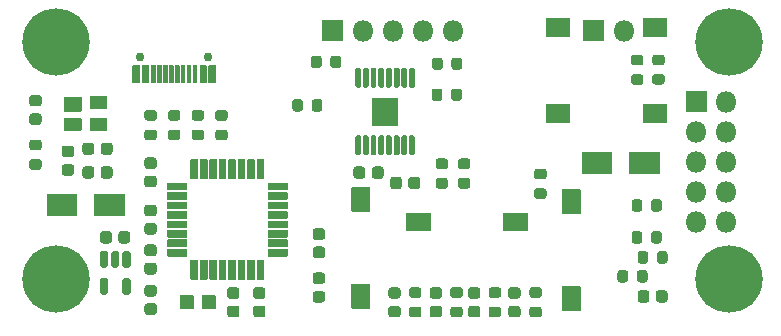
<source format=gts>
G04 #@! TF.GenerationSoftware,KiCad,Pcbnew,5.1.10-5.1.10*
G04 #@! TF.CreationDate,2021-05-16T20:28:14+02:00*
G04 #@! TF.ProjectId,reva,72657661-2e6b-4696-9361-645f70636258,rev?*
G04 #@! TF.SameCoordinates,Original*
G04 #@! TF.FileFunction,Soldermask,Top*
G04 #@! TF.FilePolarity,Negative*
%FSLAX46Y46*%
G04 Gerber Fmt 4.6, Leading zero omitted, Abs format (unit mm)*
G04 Created by KiCad (PCBNEW 5.1.10-5.1.10) date 2021-05-16 20:28:14*
%MOMM*%
%LPD*%
G01*
G04 APERTURE LIST*
%ADD10O,1.800000X1.800000*%
%ADD11C,5.700000*%
%ADD12C,0.750000*%
%ADD13R,2.310000X2.460000*%
G04 APERTURE END LIST*
G36*
G01*
X175500000Y-91100000D02*
X175500000Y-89300000D01*
G75*
G02*
X175550000Y-89250000I50000J0D01*
G01*
X178050000Y-89250000D01*
G75*
G02*
X178100000Y-89300000I0J-50000D01*
G01*
X178100000Y-91100000D01*
G75*
G02*
X178050000Y-91150000I-50000J0D01*
G01*
X175550000Y-91150000D01*
G75*
G02*
X175500000Y-91100000I0J50000D01*
G01*
G37*
G36*
G01*
X171500000Y-91100000D02*
X171500000Y-89300000D01*
G75*
G02*
X171550000Y-89250000I50000J0D01*
G01*
X174050000Y-89250000D01*
G75*
G02*
X174100000Y-89300000I0J-50000D01*
G01*
X174100000Y-91100000D01*
G75*
G02*
X174050000Y-91150000I-50000J0D01*
G01*
X171550000Y-91150000D01*
G75*
G02*
X171500000Y-91100000I0J50000D01*
G01*
G37*
D10*
X175040000Y-79000000D03*
G36*
G01*
X173350000Y-79900000D02*
X171650000Y-79900000D01*
G75*
G02*
X171600000Y-79850000I0J50000D01*
G01*
X171600000Y-78150000D01*
G75*
G02*
X171650000Y-78100000I50000J0D01*
G01*
X173350000Y-78100000D01*
G75*
G02*
X173400000Y-78150000I0J-50000D01*
G01*
X173400000Y-79850000D01*
G75*
G02*
X173350000Y-79900000I-50000J0D01*
G01*
G37*
D11*
X184000000Y-80000000D03*
X127000000Y-100000000D03*
X184000000Y-100000000D03*
X127000000Y-80000000D03*
G36*
G01*
X158750000Y-94450000D02*
X158750000Y-95950000D01*
G75*
G02*
X158700000Y-96000000I-50000J0D01*
G01*
X156700000Y-96000000D01*
G75*
G02*
X156650000Y-95950000I0J50000D01*
G01*
X156650000Y-94450000D01*
G75*
G02*
X156700000Y-94400000I50000J0D01*
G01*
X158700000Y-94400000D01*
G75*
G02*
X158750000Y-94450000I0J-50000D01*
G01*
G37*
G36*
G01*
X166950000Y-94450000D02*
X166950000Y-95950000D01*
G75*
G02*
X166900000Y-96000000I-50000J0D01*
G01*
X164900000Y-96000000D01*
G75*
G02*
X164850000Y-95950000I0J50000D01*
G01*
X164850000Y-94450000D01*
G75*
G02*
X164900000Y-94400000I50000J0D01*
G01*
X166900000Y-94400000D01*
G75*
G02*
X166950000Y-94450000I0J-50000D01*
G01*
G37*
G36*
G01*
X160450000Y-84725000D02*
X160450000Y-84125000D01*
G75*
G02*
X160675000Y-83900000I225000J0D01*
G01*
X161125000Y-83900000D01*
G75*
G02*
X161350000Y-84125000I0J-225000D01*
G01*
X161350000Y-84725000D01*
G75*
G02*
X161125000Y-84950000I-225000J0D01*
G01*
X160675000Y-84950000D01*
G75*
G02*
X160450000Y-84725000I0J225000D01*
G01*
G37*
G36*
G01*
X158800000Y-84725000D02*
X158800000Y-84125000D01*
G75*
G02*
X159025000Y-83900000I225000J0D01*
G01*
X159475000Y-83900000D01*
G75*
G02*
X159700000Y-84125000I0J-225000D01*
G01*
X159700000Y-84725000D01*
G75*
G02*
X159475000Y-84950000I-225000J0D01*
G01*
X159025000Y-84950000D01*
G75*
G02*
X158800000Y-84725000I0J225000D01*
G01*
G37*
D10*
X160580000Y-79000000D03*
X158040000Y-79000000D03*
X155500000Y-79000000D03*
X152960000Y-79000000D03*
G36*
G01*
X151270000Y-79900000D02*
X149570000Y-79900000D01*
G75*
G02*
X149520000Y-79850000I0J50000D01*
G01*
X149520000Y-78150000D01*
G75*
G02*
X149570000Y-78100000I50000J0D01*
G01*
X151270000Y-78100000D01*
G75*
G02*
X151320000Y-78150000I0J-50000D01*
G01*
X151320000Y-79850000D01*
G75*
G02*
X151270000Y-79900000I-50000J0D01*
G01*
G37*
X183740000Y-95160000D03*
X181200000Y-95160000D03*
X183740000Y-92620000D03*
X181200000Y-92620000D03*
X183740000Y-90080000D03*
X181200000Y-90080000D03*
X183740000Y-87540000D03*
X181200000Y-87540000D03*
X183740000Y-85000000D03*
G36*
G01*
X180300000Y-85850000D02*
X180300000Y-84150000D01*
G75*
G02*
X180350000Y-84100000I50000J0D01*
G01*
X182050000Y-84100000D01*
G75*
G02*
X182100000Y-84150000I0J-50000D01*
G01*
X182100000Y-85850000D01*
G75*
G02*
X182050000Y-85900000I-50000J0D01*
G01*
X180350000Y-85900000D01*
G75*
G02*
X180300000Y-85850000I0J50000D01*
G01*
G37*
G36*
G01*
X176650000Y-86750000D02*
X176650000Y-85250000D01*
G75*
G02*
X176700000Y-85200000I50000J0D01*
G01*
X178700000Y-85200000D01*
G75*
G02*
X178750000Y-85250000I0J-50000D01*
G01*
X178750000Y-86750000D01*
G75*
G02*
X178700000Y-86800000I-50000J0D01*
G01*
X176700000Y-86800000D01*
G75*
G02*
X176650000Y-86750000I0J50000D01*
G01*
G37*
G36*
G01*
X168450000Y-86750000D02*
X168450000Y-85250000D01*
G75*
G02*
X168500000Y-85200000I50000J0D01*
G01*
X170500000Y-85200000D01*
G75*
G02*
X170550000Y-85250000I0J-50000D01*
G01*
X170550000Y-86750000D01*
G75*
G02*
X170500000Y-86800000I-50000J0D01*
G01*
X168500000Y-86800000D01*
G75*
G02*
X168450000Y-86750000I0J50000D01*
G01*
G37*
G36*
G01*
X176650000Y-79500000D02*
X176650000Y-78000000D01*
G75*
G02*
X176700000Y-77950000I50000J0D01*
G01*
X178700000Y-77950000D01*
G75*
G02*
X178750000Y-78000000I0J-50000D01*
G01*
X178750000Y-79500000D01*
G75*
G02*
X178700000Y-79550000I-50000J0D01*
G01*
X176700000Y-79550000D01*
G75*
G02*
X176650000Y-79500000I0J50000D01*
G01*
G37*
G36*
G01*
X168450000Y-79500000D02*
X168450000Y-78000000D01*
G75*
G02*
X168500000Y-77950000I50000J0D01*
G01*
X170500000Y-77950000D01*
G75*
G02*
X170550000Y-78000000I0J-50000D01*
G01*
X170550000Y-79500000D01*
G75*
G02*
X170500000Y-79550000I-50000J0D01*
G01*
X168500000Y-79550000D01*
G75*
G02*
X168450000Y-79500000I0J50000D01*
G01*
G37*
G36*
G01*
X171350000Y-94550000D02*
X169850000Y-94550000D01*
G75*
G02*
X169800000Y-94500000I0J50000D01*
G01*
X169800000Y-92500000D01*
G75*
G02*
X169850000Y-92450000I50000J0D01*
G01*
X171350000Y-92450000D01*
G75*
G02*
X171400000Y-92500000I0J-50000D01*
G01*
X171400000Y-94500000D01*
G75*
G02*
X171350000Y-94550000I-50000J0D01*
G01*
G37*
G36*
G01*
X171350000Y-102750000D02*
X169850000Y-102750000D01*
G75*
G02*
X169800000Y-102700000I0J50000D01*
G01*
X169800000Y-100700000D01*
G75*
G02*
X169850000Y-100650000I50000J0D01*
G01*
X171350000Y-100650000D01*
G75*
G02*
X171400000Y-100700000I0J-50000D01*
G01*
X171400000Y-102700000D01*
G75*
G02*
X171350000Y-102750000I-50000J0D01*
G01*
G37*
G36*
G01*
X153550000Y-94350000D02*
X152050000Y-94350000D01*
G75*
G02*
X152000000Y-94300000I0J50000D01*
G01*
X152000000Y-92300000D01*
G75*
G02*
X152050000Y-92250000I50000J0D01*
G01*
X153550000Y-92250000D01*
G75*
G02*
X153600000Y-92300000I0J-50000D01*
G01*
X153600000Y-94300000D01*
G75*
G02*
X153550000Y-94350000I-50000J0D01*
G01*
G37*
G36*
G01*
X153550000Y-102550000D02*
X152050000Y-102550000D01*
G75*
G02*
X152000000Y-102500000I0J50000D01*
G01*
X152000000Y-100500000D01*
G75*
G02*
X152050000Y-100450000I50000J0D01*
G01*
X153550000Y-100450000D01*
G75*
G02*
X153600000Y-100500000I0J-50000D01*
G01*
X153600000Y-102500000D01*
G75*
G02*
X153550000Y-102550000I-50000J0D01*
G01*
G37*
G36*
G01*
X177375000Y-94100000D02*
X177375000Y-93500000D01*
G75*
G02*
X177600000Y-93275000I225000J0D01*
G01*
X178050000Y-93275000D01*
G75*
G02*
X178275000Y-93500000I0J-225000D01*
G01*
X178275000Y-94100000D01*
G75*
G02*
X178050000Y-94325000I-225000J0D01*
G01*
X177600000Y-94325000D01*
G75*
G02*
X177375000Y-94100000I0J225000D01*
G01*
G37*
G36*
G01*
X175725000Y-94100000D02*
X175725000Y-93500000D01*
G75*
G02*
X175950000Y-93275000I225000J0D01*
G01*
X176400000Y-93275000D01*
G75*
G02*
X176625000Y-93500000I0J-225000D01*
G01*
X176625000Y-94100000D01*
G75*
G02*
X176400000Y-94325000I-225000J0D01*
G01*
X175950000Y-94325000D01*
G75*
G02*
X175725000Y-94100000I0J225000D01*
G01*
G37*
G36*
G01*
X177375000Y-96800000D02*
X177375000Y-96200000D01*
G75*
G02*
X177600000Y-95975000I225000J0D01*
G01*
X178050000Y-95975000D01*
G75*
G02*
X178275000Y-96200000I0J-225000D01*
G01*
X178275000Y-96800000D01*
G75*
G02*
X178050000Y-97025000I-225000J0D01*
G01*
X177600000Y-97025000D01*
G75*
G02*
X177375000Y-96800000I0J225000D01*
G01*
G37*
G36*
G01*
X175725000Y-96800000D02*
X175725000Y-96200000D01*
G75*
G02*
X175950000Y-95975000I225000J0D01*
G01*
X176400000Y-95975000D01*
G75*
G02*
X176625000Y-96200000I0J-225000D01*
G01*
X176625000Y-96800000D01*
G75*
G02*
X176400000Y-97025000I-225000J0D01*
G01*
X175950000Y-97025000D01*
G75*
G02*
X175725000Y-96800000I0J225000D01*
G01*
G37*
G36*
G01*
X124950000Y-89875000D02*
X125550000Y-89875000D01*
G75*
G02*
X125775000Y-90100000I0J-225000D01*
G01*
X125775000Y-90550000D01*
G75*
G02*
X125550000Y-90775000I-225000J0D01*
G01*
X124950000Y-90775000D01*
G75*
G02*
X124725000Y-90550000I0J225000D01*
G01*
X124725000Y-90100000D01*
G75*
G02*
X124950000Y-89875000I225000J0D01*
G01*
G37*
G36*
G01*
X124950000Y-88225000D02*
X125550000Y-88225000D01*
G75*
G02*
X125775000Y-88450000I0J-225000D01*
G01*
X125775000Y-88900000D01*
G75*
G02*
X125550000Y-89125000I-225000J0D01*
G01*
X124950000Y-89125000D01*
G75*
G02*
X124725000Y-88900000I0J225000D01*
G01*
X124725000Y-88450000D01*
G75*
G02*
X124950000Y-88225000I225000J0D01*
G01*
G37*
G36*
G01*
X148650000Y-85625000D02*
X148650000Y-85025000D01*
G75*
G02*
X148875000Y-84800000I225000J0D01*
G01*
X149325000Y-84800000D01*
G75*
G02*
X149550000Y-85025000I0J-225000D01*
G01*
X149550000Y-85625000D01*
G75*
G02*
X149325000Y-85850000I-225000J0D01*
G01*
X148875000Y-85850000D01*
G75*
G02*
X148650000Y-85625000I0J225000D01*
G01*
G37*
G36*
G01*
X147000000Y-85625000D02*
X147000000Y-85025000D01*
G75*
G02*
X147225000Y-84800000I225000J0D01*
G01*
X147675000Y-84800000D01*
G75*
G02*
X147900000Y-85025000I0J-225000D01*
G01*
X147900000Y-85625000D01*
G75*
G02*
X147675000Y-85850000I-225000J0D01*
G01*
X147225000Y-85850000D01*
G75*
G02*
X147000000Y-85625000I0J225000D01*
G01*
G37*
G36*
G01*
X178300000Y-81925000D02*
X177700000Y-81925000D01*
G75*
G02*
X177475000Y-81700000I0J225000D01*
G01*
X177475000Y-81250000D01*
G75*
G02*
X177700000Y-81025000I225000J0D01*
G01*
X178300000Y-81025000D01*
G75*
G02*
X178525000Y-81250000I0J-225000D01*
G01*
X178525000Y-81700000D01*
G75*
G02*
X178300000Y-81925000I-225000J0D01*
G01*
G37*
G36*
G01*
X178300000Y-83575000D02*
X177700000Y-83575000D01*
G75*
G02*
X177475000Y-83350000I0J225000D01*
G01*
X177475000Y-82900000D01*
G75*
G02*
X177700000Y-82675000I225000J0D01*
G01*
X178300000Y-82675000D01*
G75*
G02*
X178525000Y-82900000I0J-225000D01*
G01*
X178525000Y-83350000D01*
G75*
G02*
X178300000Y-83575000I-225000J0D01*
G01*
G37*
G36*
G01*
X176175000Y-100100000D02*
X176175000Y-99500000D01*
G75*
G02*
X176400000Y-99275000I225000J0D01*
G01*
X176850000Y-99275000D01*
G75*
G02*
X177075000Y-99500000I0J-225000D01*
G01*
X177075000Y-100100000D01*
G75*
G02*
X176850000Y-100325000I-225000J0D01*
G01*
X176400000Y-100325000D01*
G75*
G02*
X176175000Y-100100000I0J225000D01*
G01*
G37*
G36*
G01*
X174525000Y-100100000D02*
X174525000Y-99500000D01*
G75*
G02*
X174750000Y-99275000I225000J0D01*
G01*
X175200000Y-99275000D01*
G75*
G02*
X175425000Y-99500000I0J-225000D01*
G01*
X175425000Y-100100000D01*
G75*
G02*
X175200000Y-100325000I-225000J0D01*
G01*
X174750000Y-100325000D01*
G75*
G02*
X174525000Y-100100000I0J225000D01*
G01*
G37*
G36*
G01*
X149475000Y-81350000D02*
X149475000Y-81950000D01*
G75*
G02*
X149250000Y-82175000I-225000J0D01*
G01*
X148800000Y-82175000D01*
G75*
G02*
X148575000Y-81950000I0J225000D01*
G01*
X148575000Y-81350000D01*
G75*
G02*
X148800000Y-81125000I225000J0D01*
G01*
X149250000Y-81125000D01*
G75*
G02*
X149475000Y-81350000I0J-225000D01*
G01*
G37*
G36*
G01*
X151125000Y-81350000D02*
X151125000Y-81950000D01*
G75*
G02*
X150900000Y-82175000I-225000J0D01*
G01*
X150450000Y-82175000D01*
G75*
G02*
X150225000Y-81950000I0J225000D01*
G01*
X150225000Y-81350000D01*
G75*
G02*
X150450000Y-81125000I225000J0D01*
G01*
X150900000Y-81125000D01*
G75*
G02*
X151125000Y-81350000I0J-225000D01*
G01*
G37*
G36*
G01*
X160475000Y-82100000D02*
X160475000Y-81500000D01*
G75*
G02*
X160700000Y-81275000I225000J0D01*
G01*
X161150000Y-81275000D01*
G75*
G02*
X161375000Y-81500000I0J-225000D01*
G01*
X161375000Y-82100000D01*
G75*
G02*
X161150000Y-82325000I-225000J0D01*
G01*
X160700000Y-82325000D01*
G75*
G02*
X160475000Y-82100000I0J225000D01*
G01*
G37*
G36*
G01*
X158825000Y-82100000D02*
X158825000Y-81500000D01*
G75*
G02*
X159050000Y-81275000I225000J0D01*
G01*
X159500000Y-81275000D01*
G75*
G02*
X159725000Y-81500000I0J-225000D01*
G01*
X159725000Y-82100000D01*
G75*
G02*
X159500000Y-82325000I-225000J0D01*
G01*
X159050000Y-82325000D01*
G75*
G02*
X158825000Y-82100000I0J225000D01*
G01*
G37*
G36*
G01*
X177875000Y-98500000D02*
X177875000Y-97900000D01*
G75*
G02*
X178100000Y-97675000I225000J0D01*
G01*
X178550000Y-97675000D01*
G75*
G02*
X178775000Y-97900000I0J-225000D01*
G01*
X178775000Y-98500000D01*
G75*
G02*
X178550000Y-98725000I-225000J0D01*
G01*
X178100000Y-98725000D01*
G75*
G02*
X177875000Y-98500000I0J225000D01*
G01*
G37*
G36*
G01*
X176225000Y-98500000D02*
X176225000Y-97900000D01*
G75*
G02*
X176450000Y-97675000I225000J0D01*
G01*
X176900000Y-97675000D01*
G75*
G02*
X177125000Y-97900000I0J-225000D01*
G01*
X177125000Y-98500000D01*
G75*
G02*
X176900000Y-98725000I-225000J0D01*
G01*
X176450000Y-98725000D01*
G75*
G02*
X176225000Y-98500000I0J225000D01*
G01*
G37*
G36*
G01*
X137300000Y-86625000D02*
X136700000Y-86625000D01*
G75*
G02*
X136475000Y-86400000I0J225000D01*
G01*
X136475000Y-85950000D01*
G75*
G02*
X136700000Y-85725000I225000J0D01*
G01*
X137300000Y-85725000D01*
G75*
G02*
X137525000Y-85950000I0J-225000D01*
G01*
X137525000Y-86400000D01*
G75*
G02*
X137300000Y-86625000I-225000J0D01*
G01*
G37*
G36*
G01*
X137300000Y-88275000D02*
X136700000Y-88275000D01*
G75*
G02*
X136475000Y-88050000I0J225000D01*
G01*
X136475000Y-87600000D01*
G75*
G02*
X136700000Y-87375000I225000J0D01*
G01*
X137300000Y-87375000D01*
G75*
G02*
X137525000Y-87600000I0J-225000D01*
G01*
X137525000Y-88050000D01*
G75*
G02*
X137300000Y-88275000I-225000J0D01*
G01*
G37*
G36*
G01*
X139300000Y-86625000D02*
X138700000Y-86625000D01*
G75*
G02*
X138475000Y-86400000I0J225000D01*
G01*
X138475000Y-85950000D01*
G75*
G02*
X138700000Y-85725000I225000J0D01*
G01*
X139300000Y-85725000D01*
G75*
G02*
X139525000Y-85950000I0J-225000D01*
G01*
X139525000Y-86400000D01*
G75*
G02*
X139300000Y-86625000I-225000J0D01*
G01*
G37*
G36*
G01*
X139300000Y-88275000D02*
X138700000Y-88275000D01*
G75*
G02*
X138475000Y-88050000I0J225000D01*
G01*
X138475000Y-87600000D01*
G75*
G02*
X138700000Y-87375000I225000J0D01*
G01*
X139300000Y-87375000D01*
G75*
G02*
X139525000Y-87600000I0J-225000D01*
G01*
X139525000Y-88050000D01*
G75*
G02*
X139300000Y-88275000I-225000J0D01*
G01*
G37*
G36*
G01*
X157700000Y-101625000D02*
X157100000Y-101625000D01*
G75*
G02*
X156875000Y-101400000I0J225000D01*
G01*
X156875000Y-100950000D01*
G75*
G02*
X157100000Y-100725000I225000J0D01*
G01*
X157700000Y-100725000D01*
G75*
G02*
X157925000Y-100950000I0J-225000D01*
G01*
X157925000Y-101400000D01*
G75*
G02*
X157700000Y-101625000I-225000J0D01*
G01*
G37*
G36*
G01*
X157700000Y-103275000D02*
X157100000Y-103275000D01*
G75*
G02*
X156875000Y-103050000I0J225000D01*
G01*
X156875000Y-102600000D01*
G75*
G02*
X157100000Y-102375000I225000J0D01*
G01*
X157700000Y-102375000D01*
G75*
G02*
X157925000Y-102600000I0J-225000D01*
G01*
X157925000Y-103050000D01*
G75*
G02*
X157700000Y-103275000I-225000J0D01*
G01*
G37*
G36*
G01*
X161200000Y-101625000D02*
X160600000Y-101625000D01*
G75*
G02*
X160375000Y-101400000I0J225000D01*
G01*
X160375000Y-100950000D01*
G75*
G02*
X160600000Y-100725000I225000J0D01*
G01*
X161200000Y-100725000D01*
G75*
G02*
X161425000Y-100950000I0J-225000D01*
G01*
X161425000Y-101400000D01*
G75*
G02*
X161200000Y-101625000I-225000J0D01*
G01*
G37*
G36*
G01*
X161200000Y-103275000D02*
X160600000Y-103275000D01*
G75*
G02*
X160375000Y-103050000I0J225000D01*
G01*
X160375000Y-102600000D01*
G75*
G02*
X160600000Y-102375000I225000J0D01*
G01*
X161200000Y-102375000D01*
G75*
G02*
X161425000Y-102600000I0J-225000D01*
G01*
X161425000Y-103050000D01*
G75*
G02*
X161200000Y-103275000I-225000J0D01*
G01*
G37*
G36*
G01*
X164450000Y-101625000D02*
X163850000Y-101625000D01*
G75*
G02*
X163625000Y-101400000I0J225000D01*
G01*
X163625000Y-100950000D01*
G75*
G02*
X163850000Y-100725000I225000J0D01*
G01*
X164450000Y-100725000D01*
G75*
G02*
X164675000Y-100950000I0J-225000D01*
G01*
X164675000Y-101400000D01*
G75*
G02*
X164450000Y-101625000I-225000J0D01*
G01*
G37*
G36*
G01*
X164450000Y-103275000D02*
X163850000Y-103275000D01*
G75*
G02*
X163625000Y-103050000I0J225000D01*
G01*
X163625000Y-102600000D01*
G75*
G02*
X163850000Y-102375000I225000J0D01*
G01*
X164450000Y-102375000D01*
G75*
G02*
X164675000Y-102600000I0J-225000D01*
G01*
X164675000Y-103050000D01*
G75*
G02*
X164450000Y-103275000I-225000J0D01*
G01*
G37*
G36*
G01*
X167900000Y-101625000D02*
X167300000Y-101625000D01*
G75*
G02*
X167075000Y-101400000I0J225000D01*
G01*
X167075000Y-100950000D01*
G75*
G02*
X167300000Y-100725000I225000J0D01*
G01*
X167900000Y-100725000D01*
G75*
G02*
X168125000Y-100950000I0J-225000D01*
G01*
X168125000Y-101400000D01*
G75*
G02*
X167900000Y-101625000I-225000J0D01*
G01*
G37*
G36*
G01*
X167900000Y-103275000D02*
X167300000Y-103275000D01*
G75*
G02*
X167075000Y-103050000I0J225000D01*
G01*
X167075000Y-102600000D01*
G75*
G02*
X167300000Y-102375000I225000J0D01*
G01*
X167900000Y-102375000D01*
G75*
G02*
X168125000Y-102600000I0J-225000D01*
G01*
X168125000Y-103050000D01*
G75*
G02*
X167900000Y-103275000I-225000J0D01*
G01*
G37*
G36*
G01*
X176500000Y-81950000D02*
X175900000Y-81950000D01*
G75*
G02*
X175675000Y-81725000I0J225000D01*
G01*
X175675000Y-81275000D01*
G75*
G02*
X175900000Y-81050000I225000J0D01*
G01*
X176500000Y-81050000D01*
G75*
G02*
X176725000Y-81275000I0J-225000D01*
G01*
X176725000Y-81725000D01*
G75*
G02*
X176500000Y-81950000I-225000J0D01*
G01*
G37*
G36*
G01*
X176500000Y-83600000D02*
X175900000Y-83600000D01*
G75*
G02*
X175675000Y-83375000I0J225000D01*
G01*
X175675000Y-82925000D01*
G75*
G02*
X175900000Y-82700000I225000J0D01*
G01*
X176500000Y-82700000D01*
G75*
G02*
X176725000Y-82925000I0J-225000D01*
G01*
X176725000Y-83375000D01*
G75*
G02*
X176500000Y-83600000I-225000J0D01*
G01*
G37*
G36*
G01*
X140700000Y-87375000D02*
X141300000Y-87375000D01*
G75*
G02*
X141525000Y-87600000I0J-225000D01*
G01*
X141525000Y-88050000D01*
G75*
G02*
X141300000Y-88275000I-225000J0D01*
G01*
X140700000Y-88275000D01*
G75*
G02*
X140475000Y-88050000I0J225000D01*
G01*
X140475000Y-87600000D01*
G75*
G02*
X140700000Y-87375000I225000J0D01*
G01*
G37*
G36*
G01*
X140700000Y-85725000D02*
X141300000Y-85725000D01*
G75*
G02*
X141525000Y-85950000I0J-225000D01*
G01*
X141525000Y-86400000D01*
G75*
G02*
X141300000Y-86625000I-225000J0D01*
G01*
X140700000Y-86625000D01*
G75*
G02*
X140475000Y-86400000I0J225000D01*
G01*
X140475000Y-85950000D01*
G75*
G02*
X140700000Y-85725000I225000J0D01*
G01*
G37*
G36*
G01*
X167700000Y-92350000D02*
X168300000Y-92350000D01*
G75*
G02*
X168525000Y-92575000I0J-225000D01*
G01*
X168525000Y-93025000D01*
G75*
G02*
X168300000Y-93250000I-225000J0D01*
G01*
X167700000Y-93250000D01*
G75*
G02*
X167475000Y-93025000I0J225000D01*
G01*
X167475000Y-92575000D01*
G75*
G02*
X167700000Y-92350000I225000J0D01*
G01*
G37*
G36*
G01*
X167700000Y-90700000D02*
X168300000Y-90700000D01*
G75*
G02*
X168525000Y-90925000I0J-225000D01*
G01*
X168525000Y-91375000D01*
G75*
G02*
X168300000Y-91600000I-225000J0D01*
G01*
X167700000Y-91600000D01*
G75*
G02*
X167475000Y-91375000I0J225000D01*
G01*
X167475000Y-90925000D01*
G75*
G02*
X167700000Y-90700000I225000J0D01*
G01*
G37*
G36*
G01*
X134700000Y-87375000D02*
X135300000Y-87375000D01*
G75*
G02*
X135525000Y-87600000I0J-225000D01*
G01*
X135525000Y-88050000D01*
G75*
G02*
X135300000Y-88275000I-225000J0D01*
G01*
X134700000Y-88275000D01*
G75*
G02*
X134475000Y-88050000I0J225000D01*
G01*
X134475000Y-87600000D01*
G75*
G02*
X134700000Y-87375000I225000J0D01*
G01*
G37*
G36*
G01*
X134700000Y-85725000D02*
X135300000Y-85725000D01*
G75*
G02*
X135525000Y-85950000I0J-225000D01*
G01*
X135525000Y-86400000D01*
G75*
G02*
X135300000Y-86625000I-225000J0D01*
G01*
X134700000Y-86625000D01*
G75*
G02*
X134475000Y-86400000I0J225000D01*
G01*
X134475000Y-85950000D01*
G75*
G02*
X134700000Y-85725000I225000J0D01*
G01*
G37*
G36*
G01*
X159350000Y-91475000D02*
X159950000Y-91475000D01*
G75*
G02*
X160175000Y-91700000I0J-225000D01*
G01*
X160175000Y-92150000D01*
G75*
G02*
X159950000Y-92375000I-225000J0D01*
G01*
X159350000Y-92375000D01*
G75*
G02*
X159125000Y-92150000I0J225000D01*
G01*
X159125000Y-91700000D01*
G75*
G02*
X159350000Y-91475000I225000J0D01*
G01*
G37*
G36*
G01*
X159350000Y-89825000D02*
X159950000Y-89825000D01*
G75*
G02*
X160175000Y-90050000I0J-225000D01*
G01*
X160175000Y-90500000D01*
G75*
G02*
X159950000Y-90725000I-225000J0D01*
G01*
X159350000Y-90725000D01*
G75*
G02*
X159125000Y-90500000I0J225000D01*
G01*
X159125000Y-90050000D01*
G75*
G02*
X159350000Y-89825000I225000J0D01*
G01*
G37*
G36*
G01*
X161250000Y-91475000D02*
X161850000Y-91475000D01*
G75*
G02*
X162075000Y-91700000I0J-225000D01*
G01*
X162075000Y-92150000D01*
G75*
G02*
X161850000Y-92375000I-225000J0D01*
G01*
X161250000Y-92375000D01*
G75*
G02*
X161025000Y-92150000I0J225000D01*
G01*
X161025000Y-91700000D01*
G75*
G02*
X161250000Y-91475000I225000J0D01*
G01*
G37*
G36*
G01*
X161250000Y-89825000D02*
X161850000Y-89825000D01*
G75*
G02*
X162075000Y-90050000I0J-225000D01*
G01*
X162075000Y-90500000D01*
G75*
G02*
X161850000Y-90725000I-225000J0D01*
G01*
X161250000Y-90725000D01*
G75*
G02*
X161025000Y-90500000I0J225000D01*
G01*
X161025000Y-90050000D01*
G75*
G02*
X161250000Y-89825000I225000J0D01*
G01*
G37*
G36*
G01*
X149531250Y-100450000D02*
X148968750Y-100450000D01*
G75*
G02*
X148725000Y-100206250I0J243750D01*
G01*
X148725000Y-99718750D01*
G75*
G02*
X148968750Y-99475000I243750J0D01*
G01*
X149531250Y-99475000D01*
G75*
G02*
X149775000Y-99718750I0J-243750D01*
G01*
X149775000Y-100206250D01*
G75*
G02*
X149531250Y-100450000I-243750J0D01*
G01*
G37*
G36*
G01*
X149531250Y-102025000D02*
X148968750Y-102025000D01*
G75*
G02*
X148725000Y-101781250I0J243750D01*
G01*
X148725000Y-101293750D01*
G75*
G02*
X148968750Y-101050000I243750J0D01*
G01*
X149531250Y-101050000D01*
G75*
G02*
X149775000Y-101293750I0J-243750D01*
G01*
X149775000Y-101781250D01*
G75*
G02*
X149531250Y-102025000I-243750J0D01*
G01*
G37*
G36*
G01*
X128281250Y-89700000D02*
X127718750Y-89700000D01*
G75*
G02*
X127475000Y-89456250I0J243750D01*
G01*
X127475000Y-88968750D01*
G75*
G02*
X127718750Y-88725000I243750J0D01*
G01*
X128281250Y-88725000D01*
G75*
G02*
X128525000Y-88968750I0J-243750D01*
G01*
X128525000Y-89456250D01*
G75*
G02*
X128281250Y-89700000I-243750J0D01*
G01*
G37*
G36*
G01*
X128281250Y-91275000D02*
X127718750Y-91275000D01*
G75*
G02*
X127475000Y-91031250I0J243750D01*
G01*
X127475000Y-90543750D01*
G75*
G02*
X127718750Y-90300000I243750J0D01*
G01*
X128281250Y-90300000D01*
G75*
G02*
X128525000Y-90543750I0J-243750D01*
G01*
X128525000Y-91031250D01*
G75*
G02*
X128281250Y-91275000I-243750J0D01*
G01*
G37*
G36*
G01*
X124968750Y-86012500D02*
X125531250Y-86012500D01*
G75*
G02*
X125775000Y-86256250I0J-243750D01*
G01*
X125775000Y-86743750D01*
G75*
G02*
X125531250Y-86987500I-243750J0D01*
G01*
X124968750Y-86987500D01*
G75*
G02*
X124725000Y-86743750I0J243750D01*
G01*
X124725000Y-86256250D01*
G75*
G02*
X124968750Y-86012500I243750J0D01*
G01*
G37*
G36*
G01*
X124968750Y-84437500D02*
X125531250Y-84437500D01*
G75*
G02*
X125775000Y-84681250I0J-243750D01*
G01*
X125775000Y-85168750D01*
G75*
G02*
X125531250Y-85412500I-243750J0D01*
G01*
X124968750Y-85412500D01*
G75*
G02*
X124725000Y-85168750I0J243750D01*
G01*
X124725000Y-84681250D01*
G75*
G02*
X124968750Y-84437500I243750J0D01*
G01*
G37*
G36*
G01*
X129900000Y-84500000D02*
X131300000Y-84500000D01*
G75*
G02*
X131350000Y-84550000I0J-50000D01*
G01*
X131350000Y-85550000D01*
G75*
G02*
X131300000Y-85600000I-50000J0D01*
G01*
X129900000Y-85600000D01*
G75*
G02*
X129850000Y-85550000I0J50000D01*
G01*
X129850000Y-84550000D01*
G75*
G02*
X129900000Y-84500000I50000J0D01*
G01*
G37*
G36*
G01*
X129900000Y-86400000D02*
X131300000Y-86400000D01*
G75*
G02*
X131350000Y-86450000I0J-50000D01*
G01*
X131350000Y-87450000D01*
G75*
G02*
X131300000Y-87500000I-50000J0D01*
G01*
X129900000Y-87500000D01*
G75*
G02*
X129850000Y-87450000I0J50000D01*
G01*
X129850000Y-86450000D01*
G75*
G02*
X129900000Y-86400000I50000J0D01*
G01*
G37*
G36*
G01*
X127700000Y-86400000D02*
X129100000Y-86400000D01*
G75*
G02*
X129150000Y-86450000I0J-50000D01*
G01*
X129150000Y-87450000D01*
G75*
G02*
X129100000Y-87500000I-50000J0D01*
G01*
X127700000Y-87500000D01*
G75*
G02*
X127650000Y-87450000I0J50000D01*
G01*
X127650000Y-86450000D01*
G75*
G02*
X127700000Y-86400000I50000J0D01*
G01*
G37*
G36*
G01*
X127700000Y-84580000D02*
X129100000Y-84580000D01*
G75*
G02*
X129150000Y-84630000I0J-50000D01*
G01*
X129150000Y-85830000D01*
G75*
G02*
X129100000Y-85880000I-50000J0D01*
G01*
X127700000Y-85880000D01*
G75*
G02*
X127650000Y-85830000I0J50000D01*
G01*
X127650000Y-84630000D01*
G75*
G02*
X127700000Y-84580000I50000J0D01*
G01*
G37*
G36*
G01*
X155368750Y-102300000D02*
X155931250Y-102300000D01*
G75*
G02*
X156175000Y-102543750I0J-243750D01*
G01*
X156175000Y-103031250D01*
G75*
G02*
X155931250Y-103275000I-243750J0D01*
G01*
X155368750Y-103275000D01*
G75*
G02*
X155125000Y-103031250I0J243750D01*
G01*
X155125000Y-102543750D01*
G75*
G02*
X155368750Y-102300000I243750J0D01*
G01*
G37*
G36*
G01*
X155368750Y-100725000D02*
X155931250Y-100725000D01*
G75*
G02*
X156175000Y-100968750I0J-243750D01*
G01*
X156175000Y-101456250D01*
G75*
G02*
X155931250Y-101700000I-243750J0D01*
G01*
X155368750Y-101700000D01*
G75*
G02*
X155125000Y-101456250I0J243750D01*
G01*
X155125000Y-100968750D01*
G75*
G02*
X155368750Y-100725000I243750J0D01*
G01*
G37*
G36*
G01*
X158868750Y-102300000D02*
X159431250Y-102300000D01*
G75*
G02*
X159675000Y-102543750I0J-243750D01*
G01*
X159675000Y-103031250D01*
G75*
G02*
X159431250Y-103275000I-243750J0D01*
G01*
X158868750Y-103275000D01*
G75*
G02*
X158625000Y-103031250I0J243750D01*
G01*
X158625000Y-102543750D01*
G75*
G02*
X158868750Y-102300000I243750J0D01*
G01*
G37*
G36*
G01*
X158868750Y-100725000D02*
X159431250Y-100725000D01*
G75*
G02*
X159675000Y-100968750I0J-243750D01*
G01*
X159675000Y-101456250D01*
G75*
G02*
X159431250Y-101700000I-243750J0D01*
G01*
X158868750Y-101700000D01*
G75*
G02*
X158625000Y-101456250I0J243750D01*
G01*
X158625000Y-100968750D01*
G75*
G02*
X158868750Y-100725000I243750J0D01*
G01*
G37*
G36*
G01*
X162118750Y-102300000D02*
X162681250Y-102300000D01*
G75*
G02*
X162925000Y-102543750I0J-243750D01*
G01*
X162925000Y-103031250D01*
G75*
G02*
X162681250Y-103275000I-243750J0D01*
G01*
X162118750Y-103275000D01*
G75*
G02*
X161875000Y-103031250I0J243750D01*
G01*
X161875000Y-102543750D01*
G75*
G02*
X162118750Y-102300000I243750J0D01*
G01*
G37*
G36*
G01*
X162118750Y-100725000D02*
X162681250Y-100725000D01*
G75*
G02*
X162925000Y-100968750I0J-243750D01*
G01*
X162925000Y-101456250D01*
G75*
G02*
X162681250Y-101700000I-243750J0D01*
G01*
X162118750Y-101700000D01*
G75*
G02*
X161875000Y-101456250I0J243750D01*
G01*
X161875000Y-100968750D01*
G75*
G02*
X162118750Y-100725000I243750J0D01*
G01*
G37*
G36*
G01*
X165518750Y-102300000D02*
X166081250Y-102300000D01*
G75*
G02*
X166325000Y-102543750I0J-243750D01*
G01*
X166325000Y-103031250D01*
G75*
G02*
X166081250Y-103275000I-243750J0D01*
G01*
X165518750Y-103275000D01*
G75*
G02*
X165275000Y-103031250I0J243750D01*
G01*
X165275000Y-102543750D01*
G75*
G02*
X165518750Y-102300000I243750J0D01*
G01*
G37*
G36*
G01*
X165518750Y-100725000D02*
X166081250Y-100725000D01*
G75*
G02*
X166325000Y-100968750I0J-243750D01*
G01*
X166325000Y-101456250D01*
G75*
G02*
X166081250Y-101700000I-243750J0D01*
G01*
X165518750Y-101700000D01*
G75*
G02*
X165275000Y-101456250I0J243750D01*
G01*
X165275000Y-100968750D01*
G75*
G02*
X165518750Y-100725000I243750J0D01*
G01*
G37*
G36*
G01*
X128800000Y-92850000D02*
X128800000Y-94650000D01*
G75*
G02*
X128750000Y-94700000I-50000J0D01*
G01*
X126250000Y-94700000D01*
G75*
G02*
X126200000Y-94650000I0J50000D01*
G01*
X126200000Y-92850000D01*
G75*
G02*
X126250000Y-92800000I50000J0D01*
G01*
X128750000Y-92800000D01*
G75*
G02*
X128800000Y-92850000I0J-50000D01*
G01*
G37*
G36*
G01*
X132800000Y-92850000D02*
X132800000Y-94650000D01*
G75*
G02*
X132750000Y-94700000I-50000J0D01*
G01*
X130250000Y-94700000D01*
G75*
G02*
X130200000Y-94650000I0J50000D01*
G01*
X130200000Y-92850000D01*
G75*
G02*
X130250000Y-92800000I50000J0D01*
G01*
X132750000Y-92800000D01*
G75*
G02*
X132800000Y-92850000I0J-50000D01*
G01*
G37*
G36*
G01*
X156825000Y-92175000D02*
X156825000Y-91625000D01*
G75*
G02*
X157075000Y-91375000I250000J0D01*
G01*
X157575000Y-91375000D01*
G75*
G02*
X157825000Y-91625000I0J-250000D01*
G01*
X157825000Y-92175000D01*
G75*
G02*
X157575000Y-92425000I-250000J0D01*
G01*
X157075000Y-92425000D01*
G75*
G02*
X156825000Y-92175000I0J250000D01*
G01*
G37*
G36*
G01*
X155275000Y-92175000D02*
X155275000Y-91625000D01*
G75*
G02*
X155525000Y-91375000I250000J0D01*
G01*
X156025000Y-91375000D01*
G75*
G02*
X156275000Y-91625000I0J-250000D01*
G01*
X156275000Y-92175000D01*
G75*
G02*
X156025000Y-92425000I-250000J0D01*
G01*
X155525000Y-92425000D01*
G75*
G02*
X155275000Y-92175000I0J250000D01*
G01*
G37*
G36*
G01*
X153725000Y-91300000D02*
X153725000Y-90750000D01*
G75*
G02*
X153975000Y-90500000I250000J0D01*
G01*
X154475000Y-90500000D01*
G75*
G02*
X154725000Y-90750000I0J-250000D01*
G01*
X154725000Y-91300000D01*
G75*
G02*
X154475000Y-91550000I-250000J0D01*
G01*
X153975000Y-91550000D01*
G75*
G02*
X153725000Y-91300000I0J250000D01*
G01*
G37*
G36*
G01*
X152175000Y-91300000D02*
X152175000Y-90750000D01*
G75*
G02*
X152425000Y-90500000I250000J0D01*
G01*
X152925000Y-90500000D01*
G75*
G02*
X153175000Y-90750000I0J-250000D01*
G01*
X153175000Y-91300000D01*
G75*
G02*
X152925000Y-91550000I-250000J0D01*
G01*
X152425000Y-91550000D01*
G75*
G02*
X152175000Y-91300000I0J250000D01*
G01*
G37*
G36*
G01*
X143925000Y-102275000D02*
X144475000Y-102275000D01*
G75*
G02*
X144725000Y-102525000I0J-250000D01*
G01*
X144725000Y-103025000D01*
G75*
G02*
X144475000Y-103275000I-250000J0D01*
G01*
X143925000Y-103275000D01*
G75*
G02*
X143675000Y-103025000I0J250000D01*
G01*
X143675000Y-102525000D01*
G75*
G02*
X143925000Y-102275000I250000J0D01*
G01*
G37*
G36*
G01*
X143925000Y-100725000D02*
X144475000Y-100725000D01*
G75*
G02*
X144725000Y-100975000I0J-250000D01*
G01*
X144725000Y-101475000D01*
G75*
G02*
X144475000Y-101725000I-250000J0D01*
G01*
X143925000Y-101725000D01*
G75*
G02*
X143675000Y-101475000I0J250000D01*
G01*
X143675000Y-100975000D01*
G75*
G02*
X143925000Y-100725000I250000J0D01*
G01*
G37*
G36*
G01*
X149525000Y-96725000D02*
X148975000Y-96725000D01*
G75*
G02*
X148725000Y-96475000I0J250000D01*
G01*
X148725000Y-95975000D01*
G75*
G02*
X148975000Y-95725000I250000J0D01*
G01*
X149525000Y-95725000D01*
G75*
G02*
X149775000Y-95975000I0J-250000D01*
G01*
X149775000Y-96475000D01*
G75*
G02*
X149525000Y-96725000I-250000J0D01*
G01*
G37*
G36*
G01*
X149525000Y-98275000D02*
X148975000Y-98275000D01*
G75*
G02*
X148725000Y-98025000I0J250000D01*
G01*
X148725000Y-97525000D01*
G75*
G02*
X148975000Y-97275000I250000J0D01*
G01*
X149525000Y-97275000D01*
G75*
G02*
X149775000Y-97525000I0J-250000D01*
G01*
X149775000Y-98025000D01*
G75*
G02*
X149525000Y-98275000I-250000J0D01*
G01*
G37*
G36*
G01*
X135275000Y-90725000D02*
X134725000Y-90725000D01*
G75*
G02*
X134475000Y-90475000I0J250000D01*
G01*
X134475000Y-89975000D01*
G75*
G02*
X134725000Y-89725000I250000J0D01*
G01*
X135275000Y-89725000D01*
G75*
G02*
X135525000Y-89975000I0J-250000D01*
G01*
X135525000Y-90475000D01*
G75*
G02*
X135275000Y-90725000I-250000J0D01*
G01*
G37*
G36*
G01*
X135275000Y-92275000D02*
X134725000Y-92275000D01*
G75*
G02*
X134475000Y-92025000I0J250000D01*
G01*
X134475000Y-91525000D01*
G75*
G02*
X134725000Y-91275000I250000J0D01*
G01*
X135275000Y-91275000D01*
G75*
G02*
X135525000Y-91525000I0J-250000D01*
G01*
X135525000Y-92025000D01*
G75*
G02*
X135275000Y-92275000I-250000J0D01*
G01*
G37*
G36*
G01*
X135275000Y-94725000D02*
X134725000Y-94725000D01*
G75*
G02*
X134475000Y-94475000I0J250000D01*
G01*
X134475000Y-93975000D01*
G75*
G02*
X134725000Y-93725000I250000J0D01*
G01*
X135275000Y-93725000D01*
G75*
G02*
X135525000Y-93975000I0J-250000D01*
G01*
X135525000Y-94475000D01*
G75*
G02*
X135275000Y-94725000I-250000J0D01*
G01*
G37*
G36*
G01*
X135275000Y-96275000D02*
X134725000Y-96275000D01*
G75*
G02*
X134475000Y-96025000I0J250000D01*
G01*
X134475000Y-95525000D01*
G75*
G02*
X134725000Y-95275000I250000J0D01*
G01*
X135275000Y-95275000D01*
G75*
G02*
X135525000Y-95525000I0J-250000D01*
G01*
X135525000Y-96025000D01*
G75*
G02*
X135275000Y-96275000I-250000J0D01*
G01*
G37*
G36*
G01*
X177775000Y-101775000D02*
X177775000Y-101225000D01*
G75*
G02*
X178025000Y-100975000I250000J0D01*
G01*
X178525000Y-100975000D01*
G75*
G02*
X178775000Y-101225000I0J-250000D01*
G01*
X178775000Y-101775000D01*
G75*
G02*
X178525000Y-102025000I-250000J0D01*
G01*
X178025000Y-102025000D01*
G75*
G02*
X177775000Y-101775000I0J250000D01*
G01*
G37*
G36*
G01*
X176225000Y-101775000D02*
X176225000Y-101225000D01*
G75*
G02*
X176475000Y-100975000I250000J0D01*
G01*
X176975000Y-100975000D01*
G75*
G02*
X177225000Y-101225000I0J-250000D01*
G01*
X177225000Y-101775000D01*
G75*
G02*
X176975000Y-102025000I-250000J0D01*
G01*
X176475000Y-102025000D01*
G75*
G02*
X176225000Y-101775000I0J250000D01*
G01*
G37*
G36*
G01*
X141725000Y-102275000D02*
X142275000Y-102275000D01*
G75*
G02*
X142525000Y-102525000I0J-250000D01*
G01*
X142525000Y-103025000D01*
G75*
G02*
X142275000Y-103275000I-250000J0D01*
G01*
X141725000Y-103275000D01*
G75*
G02*
X141475000Y-103025000I0J250000D01*
G01*
X141475000Y-102525000D01*
G75*
G02*
X141725000Y-102275000I250000J0D01*
G01*
G37*
G36*
G01*
X141725000Y-100725000D02*
X142275000Y-100725000D01*
G75*
G02*
X142525000Y-100975000I0J-250000D01*
G01*
X142525000Y-101475000D01*
G75*
G02*
X142275000Y-101725000I-250000J0D01*
G01*
X141725000Y-101725000D01*
G75*
G02*
X141475000Y-101475000I0J250000D01*
G01*
X141475000Y-100975000D01*
G75*
G02*
X141725000Y-100725000I250000J0D01*
G01*
G37*
G36*
G01*
X134725000Y-102075000D02*
X135275000Y-102075000D01*
G75*
G02*
X135525000Y-102325000I0J-250000D01*
G01*
X135525000Y-102825000D01*
G75*
G02*
X135275000Y-103075000I-250000J0D01*
G01*
X134725000Y-103075000D01*
G75*
G02*
X134475000Y-102825000I0J250000D01*
G01*
X134475000Y-102325000D01*
G75*
G02*
X134725000Y-102075000I250000J0D01*
G01*
G37*
G36*
G01*
X134725000Y-100525000D02*
X135275000Y-100525000D01*
G75*
G02*
X135525000Y-100775000I0J-250000D01*
G01*
X135525000Y-101275000D01*
G75*
G02*
X135275000Y-101525000I-250000J0D01*
G01*
X134725000Y-101525000D01*
G75*
G02*
X134475000Y-101275000I0J250000D01*
G01*
X134475000Y-100775000D01*
G75*
G02*
X134725000Y-100525000I250000J0D01*
G01*
G37*
G36*
G01*
X135275000Y-98100000D02*
X134725000Y-98100000D01*
G75*
G02*
X134475000Y-97850000I0J250000D01*
G01*
X134475000Y-97350000D01*
G75*
G02*
X134725000Y-97100000I250000J0D01*
G01*
X135275000Y-97100000D01*
G75*
G02*
X135525000Y-97350000I0J-250000D01*
G01*
X135525000Y-97850000D01*
G75*
G02*
X135275000Y-98100000I-250000J0D01*
G01*
G37*
G36*
G01*
X135275000Y-99650000D02*
X134725000Y-99650000D01*
G75*
G02*
X134475000Y-99400000I0J250000D01*
G01*
X134475000Y-98900000D01*
G75*
G02*
X134725000Y-98650000I250000J0D01*
G01*
X135275000Y-98650000D01*
G75*
G02*
X135525000Y-98900000I0J-250000D01*
G01*
X135525000Y-99400000D01*
G75*
G02*
X135275000Y-99650000I-250000J0D01*
G01*
G37*
G36*
G01*
X130775000Y-91275000D02*
X130775000Y-90725000D01*
G75*
G02*
X131025000Y-90475000I250000J0D01*
G01*
X131525000Y-90475000D01*
G75*
G02*
X131775000Y-90725000I0J-250000D01*
G01*
X131775000Y-91275000D01*
G75*
G02*
X131525000Y-91525000I-250000J0D01*
G01*
X131025000Y-91525000D01*
G75*
G02*
X130775000Y-91275000I0J250000D01*
G01*
G37*
G36*
G01*
X129225000Y-91275000D02*
X129225000Y-90725000D01*
G75*
G02*
X129475000Y-90475000I250000J0D01*
G01*
X129975000Y-90475000D01*
G75*
G02*
X130225000Y-90725000I0J-250000D01*
G01*
X130225000Y-91275000D01*
G75*
G02*
X129975000Y-91525000I-250000J0D01*
G01*
X129475000Y-91525000D01*
G75*
G02*
X129225000Y-91275000I0J250000D01*
G01*
G37*
G36*
G01*
X130775000Y-89275000D02*
X130775000Y-88725000D01*
G75*
G02*
X131025000Y-88475000I250000J0D01*
G01*
X131525000Y-88475000D01*
G75*
G02*
X131775000Y-88725000I0J-250000D01*
G01*
X131775000Y-89275000D01*
G75*
G02*
X131525000Y-89525000I-250000J0D01*
G01*
X131025000Y-89525000D01*
G75*
G02*
X130775000Y-89275000I0J250000D01*
G01*
G37*
G36*
G01*
X129225000Y-89275000D02*
X129225000Y-88725000D01*
G75*
G02*
X129475000Y-88475000I250000J0D01*
G01*
X129975000Y-88475000D01*
G75*
G02*
X130225000Y-88725000I0J-250000D01*
G01*
X130225000Y-89275000D01*
G75*
G02*
X129975000Y-89525000I-250000J0D01*
G01*
X129475000Y-89525000D01*
G75*
G02*
X129225000Y-89275000I0J250000D01*
G01*
G37*
G36*
G01*
X132275000Y-96775000D02*
X132275000Y-96225000D01*
G75*
G02*
X132525000Y-95975000I250000J0D01*
G01*
X133025000Y-95975000D01*
G75*
G02*
X133275000Y-96225000I0J-250000D01*
G01*
X133275000Y-96775000D01*
G75*
G02*
X133025000Y-97025000I-250000J0D01*
G01*
X132525000Y-97025000D01*
G75*
G02*
X132275000Y-96775000I0J250000D01*
G01*
G37*
G36*
G01*
X130725000Y-96775000D02*
X130725000Y-96225000D01*
G75*
G02*
X130975000Y-95975000I250000J0D01*
G01*
X131475000Y-95975000D01*
G75*
G02*
X131725000Y-96225000I0J-250000D01*
G01*
X131725000Y-96775000D01*
G75*
G02*
X131475000Y-97025000I-250000J0D01*
G01*
X130975000Y-97025000D01*
G75*
G02*
X130725000Y-96775000I0J250000D01*
G01*
G37*
G36*
G01*
X139350000Y-102550000D02*
X139350000Y-101450000D01*
G75*
G02*
X139400000Y-101400000I50000J0D01*
G01*
X140450000Y-101400000D01*
G75*
G02*
X140500000Y-101450000I0J-50000D01*
G01*
X140500000Y-102550000D01*
G75*
G02*
X140450000Y-102600000I-50000J0D01*
G01*
X139400000Y-102600000D01*
G75*
G02*
X139350000Y-102550000I0J50000D01*
G01*
G37*
G36*
G01*
X137500000Y-102550000D02*
X137500000Y-101450000D01*
G75*
G02*
X137550000Y-101400000I50000J0D01*
G01*
X138600000Y-101400000D01*
G75*
G02*
X138650000Y-101450000I0J-50000D01*
G01*
X138650000Y-102550000D01*
G75*
G02*
X138600000Y-102600000I-50000J0D01*
G01*
X137550000Y-102600000D01*
G75*
G02*
X137500000Y-102550000I0J50000D01*
G01*
G37*
G36*
G01*
X132775000Y-99925000D02*
X133125000Y-99925000D01*
G75*
G02*
X133300000Y-100100000I0J-175000D01*
G01*
X133300000Y-101175000D01*
G75*
G02*
X133125000Y-101350000I-175000J0D01*
G01*
X132775000Y-101350000D01*
G75*
G02*
X132600000Y-101175000I0J175000D01*
G01*
X132600000Y-100100000D01*
G75*
G02*
X132775000Y-99925000I175000J0D01*
G01*
G37*
G36*
G01*
X130875000Y-99925000D02*
X131225000Y-99925000D01*
G75*
G02*
X131400000Y-100100000I0J-175000D01*
G01*
X131400000Y-101175000D01*
G75*
G02*
X131225000Y-101350000I-175000J0D01*
G01*
X130875000Y-101350000D01*
G75*
G02*
X130700000Y-101175000I0J175000D01*
G01*
X130700000Y-100100000D01*
G75*
G02*
X130875000Y-99925000I175000J0D01*
G01*
G37*
G36*
G01*
X130875000Y-97650000D02*
X131225000Y-97650000D01*
G75*
G02*
X131400000Y-97825000I0J-175000D01*
G01*
X131400000Y-98900000D01*
G75*
G02*
X131225000Y-99075000I-175000J0D01*
G01*
X130875000Y-99075000D01*
G75*
G02*
X130700000Y-98900000I0J175000D01*
G01*
X130700000Y-97825000D01*
G75*
G02*
X130875000Y-97650000I175000J0D01*
G01*
G37*
G36*
G01*
X131825000Y-97650000D02*
X132175000Y-97650000D01*
G75*
G02*
X132350000Y-97825000I0J-175000D01*
G01*
X132350000Y-98900000D01*
G75*
G02*
X132175000Y-99075000I-175000J0D01*
G01*
X131825000Y-99075000D01*
G75*
G02*
X131650000Y-98900000I0J175000D01*
G01*
X131650000Y-97825000D01*
G75*
G02*
X131825000Y-97650000I175000J0D01*
G01*
G37*
G36*
G01*
X132775000Y-97650000D02*
X133125000Y-97650000D01*
G75*
G02*
X133300000Y-97825000I0J-175000D01*
G01*
X133300000Y-98900000D01*
G75*
G02*
X133125000Y-99075000I-175000J0D01*
G01*
X132775000Y-99075000D01*
G75*
G02*
X132600000Y-98900000I0J175000D01*
G01*
X132600000Y-97825000D01*
G75*
G02*
X132775000Y-97650000I175000J0D01*
G01*
G37*
G36*
G01*
X134100000Y-81970000D02*
X134100000Y-83420000D01*
G75*
G02*
X134050000Y-83470000I-50000J0D01*
G01*
X133500000Y-83470000D01*
G75*
G02*
X133450000Y-83420000I0J50000D01*
G01*
X133450000Y-81970000D01*
G75*
G02*
X133500000Y-81920000I50000J0D01*
G01*
X134050000Y-81920000D01*
G75*
G02*
X134100000Y-81970000I0J-50000D01*
G01*
G37*
G36*
G01*
X140550000Y-81970000D02*
X140550000Y-83420000D01*
G75*
G02*
X140500000Y-83470000I-50000J0D01*
G01*
X139950000Y-83470000D01*
G75*
G02*
X139900000Y-83420000I0J50000D01*
G01*
X139900000Y-81970000D01*
G75*
G02*
X139950000Y-81920000I50000J0D01*
G01*
X140500000Y-81920000D01*
G75*
G02*
X140550000Y-81970000I0J-50000D01*
G01*
G37*
G36*
G01*
X134850000Y-81970000D02*
X134850000Y-83420000D01*
G75*
G02*
X134800000Y-83470000I-50000J0D01*
G01*
X134300000Y-83470000D01*
G75*
G02*
X134250000Y-83420000I0J50000D01*
G01*
X134250000Y-81970000D01*
G75*
G02*
X134300000Y-81920000I50000J0D01*
G01*
X134800000Y-81920000D01*
G75*
G02*
X134850000Y-81970000I0J-50000D01*
G01*
G37*
G36*
G01*
X139750000Y-81970000D02*
X139750000Y-83420000D01*
G75*
G02*
X139700000Y-83470000I-50000J0D01*
G01*
X139200000Y-83470000D01*
G75*
G02*
X139150000Y-83420000I0J50000D01*
G01*
X139150000Y-81970000D01*
G75*
G02*
X139200000Y-81920000I50000J0D01*
G01*
X139700000Y-81920000D01*
G75*
G02*
X139750000Y-81970000I0J-50000D01*
G01*
G37*
G36*
G01*
X138950000Y-81970000D02*
X138950000Y-83420000D01*
G75*
G02*
X138900000Y-83470000I-50000J0D01*
G01*
X138600000Y-83470000D01*
G75*
G02*
X138550000Y-83420000I0J50000D01*
G01*
X138550000Y-81970000D01*
G75*
G02*
X138600000Y-81920000I50000J0D01*
G01*
X138900000Y-81920000D01*
G75*
G02*
X138950000Y-81970000I0J-50000D01*
G01*
G37*
G36*
G01*
X135450000Y-81970000D02*
X135450000Y-83420000D01*
G75*
G02*
X135400000Y-83470000I-50000J0D01*
G01*
X135100000Y-83470000D01*
G75*
G02*
X135050000Y-83420000I0J50000D01*
G01*
X135050000Y-81970000D01*
G75*
G02*
X135100000Y-81920000I50000J0D01*
G01*
X135400000Y-81920000D01*
G75*
G02*
X135450000Y-81970000I0J-50000D01*
G01*
G37*
G36*
G01*
X138450000Y-81970000D02*
X138450000Y-83420000D01*
G75*
G02*
X138400000Y-83470000I-50000J0D01*
G01*
X138100000Y-83470000D01*
G75*
G02*
X138050000Y-83420000I0J50000D01*
G01*
X138050000Y-81970000D01*
G75*
G02*
X138100000Y-81920000I50000J0D01*
G01*
X138400000Y-81920000D01*
G75*
G02*
X138450000Y-81970000I0J-50000D01*
G01*
G37*
G36*
G01*
X135950000Y-81970000D02*
X135950000Y-83420000D01*
G75*
G02*
X135900000Y-83470000I-50000J0D01*
G01*
X135600000Y-83470000D01*
G75*
G02*
X135550000Y-83420000I0J50000D01*
G01*
X135550000Y-81970000D01*
G75*
G02*
X135600000Y-81920000I50000J0D01*
G01*
X135900000Y-81920000D01*
G75*
G02*
X135950000Y-81970000I0J-50000D01*
G01*
G37*
G36*
G01*
X137950000Y-81970000D02*
X137950000Y-83420000D01*
G75*
G02*
X137900000Y-83470000I-50000J0D01*
G01*
X137600000Y-83470000D01*
G75*
G02*
X137550000Y-83420000I0J50000D01*
G01*
X137550000Y-81970000D01*
G75*
G02*
X137600000Y-81920000I50000J0D01*
G01*
X137900000Y-81920000D01*
G75*
G02*
X137950000Y-81970000I0J-50000D01*
G01*
G37*
G36*
G01*
X136450000Y-81970000D02*
X136450000Y-83420000D01*
G75*
G02*
X136400000Y-83470000I-50000J0D01*
G01*
X136100000Y-83470000D01*
G75*
G02*
X136050000Y-83420000I0J50000D01*
G01*
X136050000Y-81970000D01*
G75*
G02*
X136100000Y-81920000I50000J0D01*
G01*
X136400000Y-81920000D01*
G75*
G02*
X136450000Y-81970000I0J-50000D01*
G01*
G37*
G36*
G01*
X136950000Y-81970000D02*
X136950000Y-83420000D01*
G75*
G02*
X136900000Y-83470000I-50000J0D01*
G01*
X136600000Y-83470000D01*
G75*
G02*
X136550000Y-83420000I0J50000D01*
G01*
X136550000Y-81970000D01*
G75*
G02*
X136600000Y-81920000I50000J0D01*
G01*
X136900000Y-81920000D01*
G75*
G02*
X136950000Y-81970000I0J-50000D01*
G01*
G37*
G36*
G01*
X137450000Y-81970000D02*
X137450000Y-83420000D01*
G75*
G02*
X137400000Y-83470000I-50000J0D01*
G01*
X137100000Y-83470000D01*
G75*
G02*
X137050000Y-83420000I0J50000D01*
G01*
X137050000Y-81970000D01*
G75*
G02*
X137100000Y-81920000I50000J0D01*
G01*
X137400000Y-81920000D01*
G75*
G02*
X137450000Y-81970000I0J-50000D01*
G01*
G37*
D12*
X134110000Y-81250000D03*
X139890000Y-81250000D03*
D13*
X154850000Y-85850000D03*
G36*
G01*
X157000000Y-87875000D02*
X157250000Y-87875000D01*
G75*
G02*
X157375000Y-88000000I0J-125000D01*
G01*
X157375000Y-89425000D01*
G75*
G02*
X157250000Y-89550000I-125000J0D01*
G01*
X157000000Y-89550000D01*
G75*
G02*
X156875000Y-89425000I0J125000D01*
G01*
X156875000Y-88000000D01*
G75*
G02*
X157000000Y-87875000I125000J0D01*
G01*
G37*
G36*
G01*
X156350000Y-87875000D02*
X156600000Y-87875000D01*
G75*
G02*
X156725000Y-88000000I0J-125000D01*
G01*
X156725000Y-89425000D01*
G75*
G02*
X156600000Y-89550000I-125000J0D01*
G01*
X156350000Y-89550000D01*
G75*
G02*
X156225000Y-89425000I0J125000D01*
G01*
X156225000Y-88000000D01*
G75*
G02*
X156350000Y-87875000I125000J0D01*
G01*
G37*
G36*
G01*
X155700000Y-87875000D02*
X155950000Y-87875000D01*
G75*
G02*
X156075000Y-88000000I0J-125000D01*
G01*
X156075000Y-89425000D01*
G75*
G02*
X155950000Y-89550000I-125000J0D01*
G01*
X155700000Y-89550000D01*
G75*
G02*
X155575000Y-89425000I0J125000D01*
G01*
X155575000Y-88000000D01*
G75*
G02*
X155700000Y-87875000I125000J0D01*
G01*
G37*
G36*
G01*
X155050000Y-87875000D02*
X155300000Y-87875000D01*
G75*
G02*
X155425000Y-88000000I0J-125000D01*
G01*
X155425000Y-89425000D01*
G75*
G02*
X155300000Y-89550000I-125000J0D01*
G01*
X155050000Y-89550000D01*
G75*
G02*
X154925000Y-89425000I0J125000D01*
G01*
X154925000Y-88000000D01*
G75*
G02*
X155050000Y-87875000I125000J0D01*
G01*
G37*
G36*
G01*
X154400000Y-87875000D02*
X154650000Y-87875000D01*
G75*
G02*
X154775000Y-88000000I0J-125000D01*
G01*
X154775000Y-89425000D01*
G75*
G02*
X154650000Y-89550000I-125000J0D01*
G01*
X154400000Y-89550000D01*
G75*
G02*
X154275000Y-89425000I0J125000D01*
G01*
X154275000Y-88000000D01*
G75*
G02*
X154400000Y-87875000I125000J0D01*
G01*
G37*
G36*
G01*
X153750000Y-87875000D02*
X154000000Y-87875000D01*
G75*
G02*
X154125000Y-88000000I0J-125000D01*
G01*
X154125000Y-89425000D01*
G75*
G02*
X154000000Y-89550000I-125000J0D01*
G01*
X153750000Y-89550000D01*
G75*
G02*
X153625000Y-89425000I0J125000D01*
G01*
X153625000Y-88000000D01*
G75*
G02*
X153750000Y-87875000I125000J0D01*
G01*
G37*
G36*
G01*
X153100000Y-87875000D02*
X153350000Y-87875000D01*
G75*
G02*
X153475000Y-88000000I0J-125000D01*
G01*
X153475000Y-89425000D01*
G75*
G02*
X153350000Y-89550000I-125000J0D01*
G01*
X153100000Y-89550000D01*
G75*
G02*
X152975000Y-89425000I0J125000D01*
G01*
X152975000Y-88000000D01*
G75*
G02*
X153100000Y-87875000I125000J0D01*
G01*
G37*
G36*
G01*
X152450000Y-87875000D02*
X152700000Y-87875000D01*
G75*
G02*
X152825000Y-88000000I0J-125000D01*
G01*
X152825000Y-89425000D01*
G75*
G02*
X152700000Y-89550000I-125000J0D01*
G01*
X152450000Y-89550000D01*
G75*
G02*
X152325000Y-89425000I0J125000D01*
G01*
X152325000Y-88000000D01*
G75*
G02*
X152450000Y-87875000I125000J0D01*
G01*
G37*
G36*
G01*
X152450000Y-82150000D02*
X152700000Y-82150000D01*
G75*
G02*
X152825000Y-82275000I0J-125000D01*
G01*
X152825000Y-83700000D01*
G75*
G02*
X152700000Y-83825000I-125000J0D01*
G01*
X152450000Y-83825000D01*
G75*
G02*
X152325000Y-83700000I0J125000D01*
G01*
X152325000Y-82275000D01*
G75*
G02*
X152450000Y-82150000I125000J0D01*
G01*
G37*
G36*
G01*
X153100000Y-82150000D02*
X153350000Y-82150000D01*
G75*
G02*
X153475000Y-82275000I0J-125000D01*
G01*
X153475000Y-83700000D01*
G75*
G02*
X153350000Y-83825000I-125000J0D01*
G01*
X153100000Y-83825000D01*
G75*
G02*
X152975000Y-83700000I0J125000D01*
G01*
X152975000Y-82275000D01*
G75*
G02*
X153100000Y-82150000I125000J0D01*
G01*
G37*
G36*
G01*
X153750000Y-82150000D02*
X154000000Y-82150000D01*
G75*
G02*
X154125000Y-82275000I0J-125000D01*
G01*
X154125000Y-83700000D01*
G75*
G02*
X154000000Y-83825000I-125000J0D01*
G01*
X153750000Y-83825000D01*
G75*
G02*
X153625000Y-83700000I0J125000D01*
G01*
X153625000Y-82275000D01*
G75*
G02*
X153750000Y-82150000I125000J0D01*
G01*
G37*
G36*
G01*
X154400000Y-82150000D02*
X154650000Y-82150000D01*
G75*
G02*
X154775000Y-82275000I0J-125000D01*
G01*
X154775000Y-83700000D01*
G75*
G02*
X154650000Y-83825000I-125000J0D01*
G01*
X154400000Y-83825000D01*
G75*
G02*
X154275000Y-83700000I0J125000D01*
G01*
X154275000Y-82275000D01*
G75*
G02*
X154400000Y-82150000I125000J0D01*
G01*
G37*
G36*
G01*
X155050000Y-82150000D02*
X155300000Y-82150000D01*
G75*
G02*
X155425000Y-82275000I0J-125000D01*
G01*
X155425000Y-83700000D01*
G75*
G02*
X155300000Y-83825000I-125000J0D01*
G01*
X155050000Y-83825000D01*
G75*
G02*
X154925000Y-83700000I0J125000D01*
G01*
X154925000Y-82275000D01*
G75*
G02*
X155050000Y-82150000I125000J0D01*
G01*
G37*
G36*
G01*
X155700000Y-82150000D02*
X155950000Y-82150000D01*
G75*
G02*
X156075000Y-82275000I0J-125000D01*
G01*
X156075000Y-83700000D01*
G75*
G02*
X155950000Y-83825000I-125000J0D01*
G01*
X155700000Y-83825000D01*
G75*
G02*
X155575000Y-83700000I0J125000D01*
G01*
X155575000Y-82275000D01*
G75*
G02*
X155700000Y-82150000I125000J0D01*
G01*
G37*
G36*
G01*
X156350000Y-82150000D02*
X156600000Y-82150000D01*
G75*
G02*
X156725000Y-82275000I0J-125000D01*
G01*
X156725000Y-83700000D01*
G75*
G02*
X156600000Y-83825000I-125000J0D01*
G01*
X156350000Y-83825000D01*
G75*
G02*
X156225000Y-83700000I0J125000D01*
G01*
X156225000Y-82275000D01*
G75*
G02*
X156350000Y-82150000I125000J0D01*
G01*
G37*
G36*
G01*
X157000000Y-82150000D02*
X157250000Y-82150000D01*
G75*
G02*
X157375000Y-82275000I0J-125000D01*
G01*
X157375000Y-83700000D01*
G75*
G02*
X157250000Y-83825000I-125000J0D01*
G01*
X157000000Y-83825000D01*
G75*
G02*
X156875000Y-83700000I0J125000D01*
G01*
X156875000Y-82275000D01*
G75*
G02*
X157000000Y-82150000I125000J0D01*
G01*
G37*
G36*
G01*
X138100000Y-97525000D02*
X138100000Y-98075000D01*
G75*
G02*
X138050000Y-98125000I-50000J0D01*
G01*
X136450000Y-98125000D01*
G75*
G02*
X136400000Y-98075000I0J50000D01*
G01*
X136400000Y-97525000D01*
G75*
G02*
X136450000Y-97475000I50000J0D01*
G01*
X138050000Y-97475000D01*
G75*
G02*
X138100000Y-97525000I0J-50000D01*
G01*
G37*
G36*
G01*
X138100000Y-96725000D02*
X138100000Y-97275000D01*
G75*
G02*
X138050000Y-97325000I-50000J0D01*
G01*
X136450000Y-97325000D01*
G75*
G02*
X136400000Y-97275000I0J50000D01*
G01*
X136400000Y-96725000D01*
G75*
G02*
X136450000Y-96675000I50000J0D01*
G01*
X138050000Y-96675000D01*
G75*
G02*
X138100000Y-96725000I0J-50000D01*
G01*
G37*
G36*
G01*
X138100000Y-95925000D02*
X138100000Y-96475000D01*
G75*
G02*
X138050000Y-96525000I-50000J0D01*
G01*
X136450000Y-96525000D01*
G75*
G02*
X136400000Y-96475000I0J50000D01*
G01*
X136400000Y-95925000D01*
G75*
G02*
X136450000Y-95875000I50000J0D01*
G01*
X138050000Y-95875000D01*
G75*
G02*
X138100000Y-95925000I0J-50000D01*
G01*
G37*
G36*
G01*
X138100000Y-95125000D02*
X138100000Y-95675000D01*
G75*
G02*
X138050000Y-95725000I-50000J0D01*
G01*
X136450000Y-95725000D01*
G75*
G02*
X136400000Y-95675000I0J50000D01*
G01*
X136400000Y-95125000D01*
G75*
G02*
X136450000Y-95075000I50000J0D01*
G01*
X138050000Y-95075000D01*
G75*
G02*
X138100000Y-95125000I0J-50000D01*
G01*
G37*
G36*
G01*
X138100000Y-94325000D02*
X138100000Y-94875000D01*
G75*
G02*
X138050000Y-94925000I-50000J0D01*
G01*
X136450000Y-94925000D01*
G75*
G02*
X136400000Y-94875000I0J50000D01*
G01*
X136400000Y-94325000D01*
G75*
G02*
X136450000Y-94275000I50000J0D01*
G01*
X138050000Y-94275000D01*
G75*
G02*
X138100000Y-94325000I0J-50000D01*
G01*
G37*
G36*
G01*
X138100000Y-93525000D02*
X138100000Y-94075000D01*
G75*
G02*
X138050000Y-94125000I-50000J0D01*
G01*
X136450000Y-94125000D01*
G75*
G02*
X136400000Y-94075000I0J50000D01*
G01*
X136400000Y-93525000D01*
G75*
G02*
X136450000Y-93475000I50000J0D01*
G01*
X138050000Y-93475000D01*
G75*
G02*
X138100000Y-93525000I0J-50000D01*
G01*
G37*
G36*
G01*
X138100000Y-92725000D02*
X138100000Y-93275000D01*
G75*
G02*
X138050000Y-93325000I-50000J0D01*
G01*
X136450000Y-93325000D01*
G75*
G02*
X136400000Y-93275000I0J50000D01*
G01*
X136400000Y-92725000D01*
G75*
G02*
X136450000Y-92675000I50000J0D01*
G01*
X138050000Y-92675000D01*
G75*
G02*
X138100000Y-92725000I0J-50000D01*
G01*
G37*
G36*
G01*
X138100000Y-91925000D02*
X138100000Y-92475000D01*
G75*
G02*
X138050000Y-92525000I-50000J0D01*
G01*
X136450000Y-92525000D01*
G75*
G02*
X136400000Y-92475000I0J50000D01*
G01*
X136400000Y-91925000D01*
G75*
G02*
X136450000Y-91875000I50000J0D01*
G01*
X138050000Y-91875000D01*
G75*
G02*
X138100000Y-91925000I0J-50000D01*
G01*
G37*
G36*
G01*
X138975000Y-91600000D02*
X138425000Y-91600000D01*
G75*
G02*
X138375000Y-91550000I0J50000D01*
G01*
X138375000Y-89950000D01*
G75*
G02*
X138425000Y-89900000I50000J0D01*
G01*
X138975000Y-89900000D01*
G75*
G02*
X139025000Y-89950000I0J-50000D01*
G01*
X139025000Y-91550000D01*
G75*
G02*
X138975000Y-91600000I-50000J0D01*
G01*
G37*
G36*
G01*
X139775000Y-91600000D02*
X139225000Y-91600000D01*
G75*
G02*
X139175000Y-91550000I0J50000D01*
G01*
X139175000Y-89950000D01*
G75*
G02*
X139225000Y-89900000I50000J0D01*
G01*
X139775000Y-89900000D01*
G75*
G02*
X139825000Y-89950000I0J-50000D01*
G01*
X139825000Y-91550000D01*
G75*
G02*
X139775000Y-91600000I-50000J0D01*
G01*
G37*
G36*
G01*
X140575000Y-91600000D02*
X140025000Y-91600000D01*
G75*
G02*
X139975000Y-91550000I0J50000D01*
G01*
X139975000Y-89950000D01*
G75*
G02*
X140025000Y-89900000I50000J0D01*
G01*
X140575000Y-89900000D01*
G75*
G02*
X140625000Y-89950000I0J-50000D01*
G01*
X140625000Y-91550000D01*
G75*
G02*
X140575000Y-91600000I-50000J0D01*
G01*
G37*
G36*
G01*
X141375000Y-91600000D02*
X140825000Y-91600000D01*
G75*
G02*
X140775000Y-91550000I0J50000D01*
G01*
X140775000Y-89950000D01*
G75*
G02*
X140825000Y-89900000I50000J0D01*
G01*
X141375000Y-89900000D01*
G75*
G02*
X141425000Y-89950000I0J-50000D01*
G01*
X141425000Y-91550000D01*
G75*
G02*
X141375000Y-91600000I-50000J0D01*
G01*
G37*
G36*
G01*
X142175000Y-91600000D02*
X141625000Y-91600000D01*
G75*
G02*
X141575000Y-91550000I0J50000D01*
G01*
X141575000Y-89950000D01*
G75*
G02*
X141625000Y-89900000I50000J0D01*
G01*
X142175000Y-89900000D01*
G75*
G02*
X142225000Y-89950000I0J-50000D01*
G01*
X142225000Y-91550000D01*
G75*
G02*
X142175000Y-91600000I-50000J0D01*
G01*
G37*
G36*
G01*
X142975000Y-91600000D02*
X142425000Y-91600000D01*
G75*
G02*
X142375000Y-91550000I0J50000D01*
G01*
X142375000Y-89950000D01*
G75*
G02*
X142425000Y-89900000I50000J0D01*
G01*
X142975000Y-89900000D01*
G75*
G02*
X143025000Y-89950000I0J-50000D01*
G01*
X143025000Y-91550000D01*
G75*
G02*
X142975000Y-91600000I-50000J0D01*
G01*
G37*
G36*
G01*
X143775000Y-91600000D02*
X143225000Y-91600000D01*
G75*
G02*
X143175000Y-91550000I0J50000D01*
G01*
X143175000Y-89950000D01*
G75*
G02*
X143225000Y-89900000I50000J0D01*
G01*
X143775000Y-89900000D01*
G75*
G02*
X143825000Y-89950000I0J-50000D01*
G01*
X143825000Y-91550000D01*
G75*
G02*
X143775000Y-91600000I-50000J0D01*
G01*
G37*
G36*
G01*
X144575000Y-91600000D02*
X144025000Y-91600000D01*
G75*
G02*
X143975000Y-91550000I0J50000D01*
G01*
X143975000Y-89950000D01*
G75*
G02*
X144025000Y-89900000I50000J0D01*
G01*
X144575000Y-89900000D01*
G75*
G02*
X144625000Y-89950000I0J-50000D01*
G01*
X144625000Y-91550000D01*
G75*
G02*
X144575000Y-91600000I-50000J0D01*
G01*
G37*
G36*
G01*
X146600000Y-91925000D02*
X146600000Y-92475000D01*
G75*
G02*
X146550000Y-92525000I-50000J0D01*
G01*
X144950000Y-92525000D01*
G75*
G02*
X144900000Y-92475000I0J50000D01*
G01*
X144900000Y-91925000D01*
G75*
G02*
X144950000Y-91875000I50000J0D01*
G01*
X146550000Y-91875000D01*
G75*
G02*
X146600000Y-91925000I0J-50000D01*
G01*
G37*
G36*
G01*
X146600000Y-92725000D02*
X146600000Y-93275000D01*
G75*
G02*
X146550000Y-93325000I-50000J0D01*
G01*
X144950000Y-93325000D01*
G75*
G02*
X144900000Y-93275000I0J50000D01*
G01*
X144900000Y-92725000D01*
G75*
G02*
X144950000Y-92675000I50000J0D01*
G01*
X146550000Y-92675000D01*
G75*
G02*
X146600000Y-92725000I0J-50000D01*
G01*
G37*
G36*
G01*
X146600000Y-93525000D02*
X146600000Y-94075000D01*
G75*
G02*
X146550000Y-94125000I-50000J0D01*
G01*
X144950000Y-94125000D01*
G75*
G02*
X144900000Y-94075000I0J50000D01*
G01*
X144900000Y-93525000D01*
G75*
G02*
X144950000Y-93475000I50000J0D01*
G01*
X146550000Y-93475000D01*
G75*
G02*
X146600000Y-93525000I0J-50000D01*
G01*
G37*
G36*
G01*
X146600000Y-94325000D02*
X146600000Y-94875000D01*
G75*
G02*
X146550000Y-94925000I-50000J0D01*
G01*
X144950000Y-94925000D01*
G75*
G02*
X144900000Y-94875000I0J50000D01*
G01*
X144900000Y-94325000D01*
G75*
G02*
X144950000Y-94275000I50000J0D01*
G01*
X146550000Y-94275000D01*
G75*
G02*
X146600000Y-94325000I0J-50000D01*
G01*
G37*
G36*
G01*
X146600000Y-95125000D02*
X146600000Y-95675000D01*
G75*
G02*
X146550000Y-95725000I-50000J0D01*
G01*
X144950000Y-95725000D01*
G75*
G02*
X144900000Y-95675000I0J50000D01*
G01*
X144900000Y-95125000D01*
G75*
G02*
X144950000Y-95075000I50000J0D01*
G01*
X146550000Y-95075000D01*
G75*
G02*
X146600000Y-95125000I0J-50000D01*
G01*
G37*
G36*
G01*
X146600000Y-95925000D02*
X146600000Y-96475000D01*
G75*
G02*
X146550000Y-96525000I-50000J0D01*
G01*
X144950000Y-96525000D01*
G75*
G02*
X144900000Y-96475000I0J50000D01*
G01*
X144900000Y-95925000D01*
G75*
G02*
X144950000Y-95875000I50000J0D01*
G01*
X146550000Y-95875000D01*
G75*
G02*
X146600000Y-95925000I0J-50000D01*
G01*
G37*
G36*
G01*
X146600000Y-96725000D02*
X146600000Y-97275000D01*
G75*
G02*
X146550000Y-97325000I-50000J0D01*
G01*
X144950000Y-97325000D01*
G75*
G02*
X144900000Y-97275000I0J50000D01*
G01*
X144900000Y-96725000D01*
G75*
G02*
X144950000Y-96675000I50000J0D01*
G01*
X146550000Y-96675000D01*
G75*
G02*
X146600000Y-96725000I0J-50000D01*
G01*
G37*
G36*
G01*
X146600000Y-97525000D02*
X146600000Y-98075000D01*
G75*
G02*
X146550000Y-98125000I-50000J0D01*
G01*
X144950000Y-98125000D01*
G75*
G02*
X144900000Y-98075000I0J50000D01*
G01*
X144900000Y-97525000D01*
G75*
G02*
X144950000Y-97475000I50000J0D01*
G01*
X146550000Y-97475000D01*
G75*
G02*
X146600000Y-97525000I0J-50000D01*
G01*
G37*
G36*
G01*
X144575000Y-100100000D02*
X144025000Y-100100000D01*
G75*
G02*
X143975000Y-100050000I0J50000D01*
G01*
X143975000Y-98450000D01*
G75*
G02*
X144025000Y-98400000I50000J0D01*
G01*
X144575000Y-98400000D01*
G75*
G02*
X144625000Y-98450000I0J-50000D01*
G01*
X144625000Y-100050000D01*
G75*
G02*
X144575000Y-100100000I-50000J0D01*
G01*
G37*
G36*
G01*
X143775000Y-100100000D02*
X143225000Y-100100000D01*
G75*
G02*
X143175000Y-100050000I0J50000D01*
G01*
X143175000Y-98450000D01*
G75*
G02*
X143225000Y-98400000I50000J0D01*
G01*
X143775000Y-98400000D01*
G75*
G02*
X143825000Y-98450000I0J-50000D01*
G01*
X143825000Y-100050000D01*
G75*
G02*
X143775000Y-100100000I-50000J0D01*
G01*
G37*
G36*
G01*
X142975000Y-100100000D02*
X142425000Y-100100000D01*
G75*
G02*
X142375000Y-100050000I0J50000D01*
G01*
X142375000Y-98450000D01*
G75*
G02*
X142425000Y-98400000I50000J0D01*
G01*
X142975000Y-98400000D01*
G75*
G02*
X143025000Y-98450000I0J-50000D01*
G01*
X143025000Y-100050000D01*
G75*
G02*
X142975000Y-100100000I-50000J0D01*
G01*
G37*
G36*
G01*
X142175000Y-100100000D02*
X141625000Y-100100000D01*
G75*
G02*
X141575000Y-100050000I0J50000D01*
G01*
X141575000Y-98450000D01*
G75*
G02*
X141625000Y-98400000I50000J0D01*
G01*
X142175000Y-98400000D01*
G75*
G02*
X142225000Y-98450000I0J-50000D01*
G01*
X142225000Y-100050000D01*
G75*
G02*
X142175000Y-100100000I-50000J0D01*
G01*
G37*
G36*
G01*
X141375000Y-100100000D02*
X140825000Y-100100000D01*
G75*
G02*
X140775000Y-100050000I0J50000D01*
G01*
X140775000Y-98450000D01*
G75*
G02*
X140825000Y-98400000I50000J0D01*
G01*
X141375000Y-98400000D01*
G75*
G02*
X141425000Y-98450000I0J-50000D01*
G01*
X141425000Y-100050000D01*
G75*
G02*
X141375000Y-100100000I-50000J0D01*
G01*
G37*
G36*
G01*
X140575000Y-100100000D02*
X140025000Y-100100000D01*
G75*
G02*
X139975000Y-100050000I0J50000D01*
G01*
X139975000Y-98450000D01*
G75*
G02*
X140025000Y-98400000I50000J0D01*
G01*
X140575000Y-98400000D01*
G75*
G02*
X140625000Y-98450000I0J-50000D01*
G01*
X140625000Y-100050000D01*
G75*
G02*
X140575000Y-100100000I-50000J0D01*
G01*
G37*
G36*
G01*
X139775000Y-100100000D02*
X139225000Y-100100000D01*
G75*
G02*
X139175000Y-100050000I0J50000D01*
G01*
X139175000Y-98450000D01*
G75*
G02*
X139225000Y-98400000I50000J0D01*
G01*
X139775000Y-98400000D01*
G75*
G02*
X139825000Y-98450000I0J-50000D01*
G01*
X139825000Y-100050000D01*
G75*
G02*
X139775000Y-100100000I-50000J0D01*
G01*
G37*
G36*
G01*
X138975000Y-100100000D02*
X138425000Y-100100000D01*
G75*
G02*
X138375000Y-100050000I0J50000D01*
G01*
X138375000Y-98450000D01*
G75*
G02*
X138425000Y-98400000I50000J0D01*
G01*
X138975000Y-98400000D01*
G75*
G02*
X139025000Y-98450000I0J-50000D01*
G01*
X139025000Y-100050000D01*
G75*
G02*
X138975000Y-100100000I-50000J0D01*
G01*
G37*
M02*

</source>
